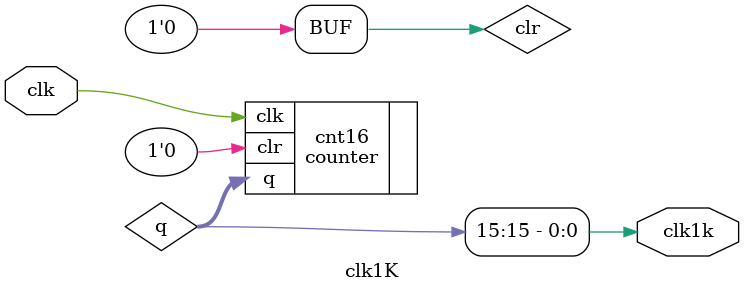
<source format=v>
`timescale 1ns / 1ps

module clk1K(
	input clk,
	output clk1k
    );
	 
	wire clr;
	wire [15:0] q;
	 
	counter #(.N(16)) cnt16 (.clk(clk),.clr(clr),.q(q));	
	assign clr = 1'b0;
	assign clk1k = q[15];
endmodule

</source>
